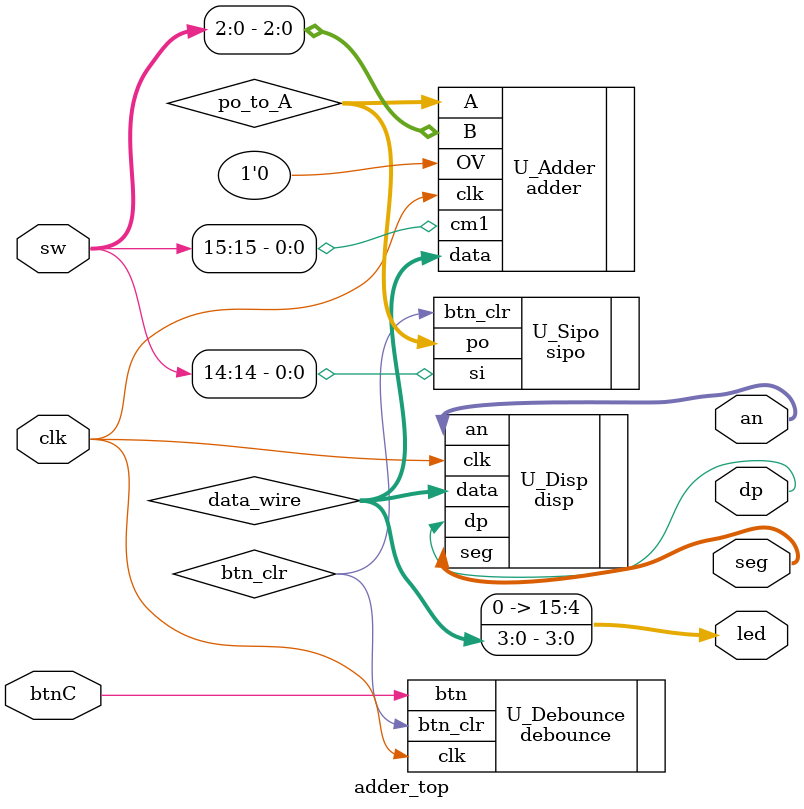
<source format=v>
module adder_top (
    clk,
    sw,
    btnC,
    seg,
    an,
    dp,
    led
);
  input clk;
  input [15:0] sw;
  input btnC;
  output [6:0] seg;
  output [1:0] an;
  output dp;
  output [15:0] led;

  wire [2:0] po_to_A;
  wire btn_clr;
  wire [3:0] data_wire;

  assign led[3:0]  = data_wire;
  assign led[15:4] = 0;  // Turn off unused LEDs

  debounce U_Debounce (
      .clk(clk),
      .btn(btnC),
      .btn_clr(btn_clr)
  );

  sipo U_Sipo (
      .btn_clr(btn_clr),
      .po(po_to_A),
      .si(sw[14])
  );

  adder U_Adder (
      .clk(clk),
      .A(po_to_A),
      .B(sw[2:0]),
      .cm1(sw[15]),
      .data(data_wire),
      .OV(led[4])
  );

  disp U_Disp (
      .clk (clk),
      .seg (seg),
      .an  (an),
      .dp  (dp),
      .data(data_wire)
  );

endmodule

</source>
